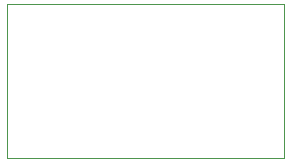
<source format=gm1>
G04 #@! TF.GenerationSoftware,KiCad,Pcbnew,(5.1.10)-1*
G04 #@! TF.CreationDate,2022-01-17T23:31:42+08:00*
G04 #@! TF.ProjectId,programming_pin_mount.v1.0,70726f67-7261-46d6-9d69-6e675f70696e,rev?*
G04 #@! TF.SameCoordinates,Original*
G04 #@! TF.FileFunction,Profile,NP*
%FSLAX46Y46*%
G04 Gerber Fmt 4.6, Leading zero omitted, Abs format (unit mm)*
G04 Created by KiCad (PCBNEW (5.1.10)-1) date 2022-01-17 23:31:42*
%MOMM*%
%LPD*%
G01*
G04 APERTURE LIST*
G04 #@! TA.AperFunction,Profile*
%ADD10C,0.050000*%
G04 #@! TD*
G04 APERTURE END LIST*
D10*
X130550000Y-91250000D02*
X142250000Y-91250000D01*
X142250000Y-91250000D02*
X153950000Y-91250000D01*
X130550000Y-104250000D02*
X142240000Y-104250000D01*
X142240000Y-104250000D02*
X153950000Y-104250000D01*
X130550000Y-104250000D02*
X130550000Y-91250000D01*
X153950000Y-91250000D02*
X153950000Y-104250000D01*
M02*

</source>
